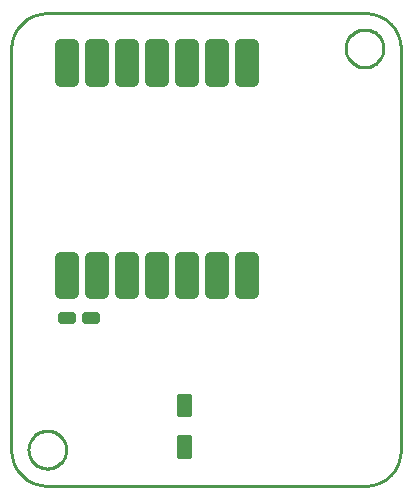
<source format=gtp>
G04 EAGLE Gerber RS-274X export*
G75*
%MOMM*%
%FSLAX34Y34*%
%LPD*%
%INSolder paste top*%
%IPPOS*%
%AMOC8*
5,1,8,0,0,1.08239X$1,22.5*%
G01*
%ADD10C,0.000000*%
%ADD11C,0.001000*%
%ADD12C,0.500000*%
%ADD13C,0.254000*%
%ADD14C,1.000000*%
%ADD15C,0.254000*%


D10*
X283050Y370160D02*
X283055Y370553D01*
X283069Y370945D01*
X283093Y371337D01*
X283127Y371728D01*
X283170Y372119D01*
X283223Y372508D01*
X283286Y372895D01*
X283357Y373281D01*
X283439Y373666D01*
X283529Y374048D01*
X283630Y374427D01*
X283739Y374805D01*
X283858Y375179D01*
X283985Y375550D01*
X284122Y375918D01*
X284268Y376283D01*
X284423Y376644D01*
X284586Y377001D01*
X284758Y377354D01*
X284939Y377702D01*
X285129Y378046D01*
X285326Y378386D01*
X285532Y378720D01*
X285746Y379049D01*
X285969Y379373D01*
X286199Y379691D01*
X286436Y380004D01*
X286682Y380310D01*
X286935Y380611D01*
X287195Y380905D01*
X287462Y381193D01*
X287736Y381474D01*
X288017Y381748D01*
X288305Y382015D01*
X288599Y382275D01*
X288900Y382528D01*
X289206Y382774D01*
X289519Y383011D01*
X289837Y383241D01*
X290161Y383464D01*
X290490Y383678D01*
X290824Y383884D01*
X291164Y384081D01*
X291508Y384271D01*
X291856Y384452D01*
X292209Y384624D01*
X292566Y384787D01*
X292927Y384942D01*
X293292Y385088D01*
X293660Y385225D01*
X294031Y385352D01*
X294405Y385471D01*
X294783Y385580D01*
X295162Y385681D01*
X295544Y385771D01*
X295929Y385853D01*
X296315Y385924D01*
X296702Y385987D01*
X297091Y386040D01*
X297482Y386083D01*
X297873Y386117D01*
X298265Y386141D01*
X298657Y386155D01*
X299050Y386160D01*
X299443Y386155D01*
X299835Y386141D01*
X300227Y386117D01*
X300618Y386083D01*
X301009Y386040D01*
X301398Y385987D01*
X301785Y385924D01*
X302171Y385853D01*
X302556Y385771D01*
X302938Y385681D01*
X303317Y385580D01*
X303695Y385471D01*
X304069Y385352D01*
X304440Y385225D01*
X304808Y385088D01*
X305173Y384942D01*
X305534Y384787D01*
X305891Y384624D01*
X306244Y384452D01*
X306592Y384271D01*
X306936Y384081D01*
X307276Y383884D01*
X307610Y383678D01*
X307939Y383464D01*
X308263Y383241D01*
X308581Y383011D01*
X308894Y382774D01*
X309200Y382528D01*
X309501Y382275D01*
X309795Y382015D01*
X310083Y381748D01*
X310364Y381474D01*
X310638Y381193D01*
X310905Y380905D01*
X311165Y380611D01*
X311418Y380310D01*
X311664Y380004D01*
X311901Y379691D01*
X312131Y379373D01*
X312354Y379049D01*
X312568Y378720D01*
X312774Y378386D01*
X312971Y378046D01*
X313161Y377702D01*
X313342Y377354D01*
X313514Y377001D01*
X313677Y376644D01*
X313832Y376283D01*
X313978Y375918D01*
X314115Y375550D01*
X314242Y375179D01*
X314361Y374805D01*
X314470Y374427D01*
X314571Y374048D01*
X314661Y373666D01*
X314743Y373281D01*
X314814Y372895D01*
X314877Y372508D01*
X314930Y372119D01*
X314973Y371728D01*
X315007Y371337D01*
X315031Y370945D01*
X315045Y370553D01*
X315050Y370160D01*
X315045Y369767D01*
X315031Y369375D01*
X315007Y368983D01*
X314973Y368592D01*
X314930Y368201D01*
X314877Y367812D01*
X314814Y367425D01*
X314743Y367039D01*
X314661Y366654D01*
X314571Y366272D01*
X314470Y365893D01*
X314361Y365515D01*
X314242Y365141D01*
X314115Y364770D01*
X313978Y364402D01*
X313832Y364037D01*
X313677Y363676D01*
X313514Y363319D01*
X313342Y362966D01*
X313161Y362618D01*
X312971Y362274D01*
X312774Y361934D01*
X312568Y361600D01*
X312354Y361271D01*
X312131Y360947D01*
X311901Y360629D01*
X311664Y360316D01*
X311418Y360010D01*
X311165Y359709D01*
X310905Y359415D01*
X310638Y359127D01*
X310364Y358846D01*
X310083Y358572D01*
X309795Y358305D01*
X309501Y358045D01*
X309200Y357792D01*
X308894Y357546D01*
X308581Y357309D01*
X308263Y357079D01*
X307939Y356856D01*
X307610Y356642D01*
X307276Y356436D01*
X306936Y356239D01*
X306592Y356049D01*
X306244Y355868D01*
X305891Y355696D01*
X305534Y355533D01*
X305173Y355378D01*
X304808Y355232D01*
X304440Y355095D01*
X304069Y354968D01*
X303695Y354849D01*
X303317Y354740D01*
X302938Y354639D01*
X302556Y354549D01*
X302171Y354467D01*
X301785Y354396D01*
X301398Y354333D01*
X301009Y354280D01*
X300618Y354237D01*
X300227Y354203D01*
X299835Y354179D01*
X299443Y354165D01*
X299050Y354160D01*
X298657Y354165D01*
X298265Y354179D01*
X297873Y354203D01*
X297482Y354237D01*
X297091Y354280D01*
X296702Y354333D01*
X296315Y354396D01*
X295929Y354467D01*
X295544Y354549D01*
X295162Y354639D01*
X294783Y354740D01*
X294405Y354849D01*
X294031Y354968D01*
X293660Y355095D01*
X293292Y355232D01*
X292927Y355378D01*
X292566Y355533D01*
X292209Y355696D01*
X291856Y355868D01*
X291508Y356049D01*
X291164Y356239D01*
X290824Y356436D01*
X290490Y356642D01*
X290161Y356856D01*
X289837Y357079D01*
X289519Y357309D01*
X289206Y357546D01*
X288900Y357792D01*
X288599Y358045D01*
X288305Y358305D01*
X288017Y358572D01*
X287736Y358846D01*
X287462Y359127D01*
X287195Y359415D01*
X286935Y359709D01*
X286682Y360010D01*
X286436Y360316D01*
X286199Y360629D01*
X285969Y360947D01*
X285746Y361271D01*
X285532Y361600D01*
X285326Y361934D01*
X285129Y362274D01*
X284939Y362618D01*
X284758Y362966D01*
X284586Y363319D01*
X284423Y363676D01*
X284268Y364037D01*
X284122Y364402D01*
X283985Y364770D01*
X283858Y365141D01*
X283739Y365515D01*
X283630Y365893D01*
X283529Y366272D01*
X283439Y366654D01*
X283357Y367039D01*
X283286Y367425D01*
X283223Y367812D01*
X283170Y368201D01*
X283127Y368592D01*
X283093Y368983D01*
X283069Y369375D01*
X283055Y369767D01*
X283050Y370160D01*
X14480Y30480D02*
X14485Y30873D01*
X14499Y31265D01*
X14523Y31657D01*
X14557Y32048D01*
X14600Y32439D01*
X14653Y32828D01*
X14716Y33215D01*
X14787Y33601D01*
X14869Y33986D01*
X14959Y34368D01*
X15060Y34747D01*
X15169Y35125D01*
X15288Y35499D01*
X15415Y35870D01*
X15552Y36238D01*
X15698Y36603D01*
X15853Y36964D01*
X16016Y37321D01*
X16188Y37674D01*
X16369Y38022D01*
X16559Y38366D01*
X16756Y38706D01*
X16962Y39040D01*
X17176Y39369D01*
X17399Y39693D01*
X17629Y40011D01*
X17866Y40324D01*
X18112Y40630D01*
X18365Y40931D01*
X18625Y41225D01*
X18892Y41513D01*
X19166Y41794D01*
X19447Y42068D01*
X19735Y42335D01*
X20029Y42595D01*
X20330Y42848D01*
X20636Y43094D01*
X20949Y43331D01*
X21267Y43561D01*
X21591Y43784D01*
X21920Y43998D01*
X22254Y44204D01*
X22594Y44401D01*
X22938Y44591D01*
X23286Y44772D01*
X23639Y44944D01*
X23996Y45107D01*
X24357Y45262D01*
X24722Y45408D01*
X25090Y45545D01*
X25461Y45672D01*
X25835Y45791D01*
X26213Y45900D01*
X26592Y46001D01*
X26974Y46091D01*
X27359Y46173D01*
X27745Y46244D01*
X28132Y46307D01*
X28521Y46360D01*
X28912Y46403D01*
X29303Y46437D01*
X29695Y46461D01*
X30087Y46475D01*
X30480Y46480D01*
X30873Y46475D01*
X31265Y46461D01*
X31657Y46437D01*
X32048Y46403D01*
X32439Y46360D01*
X32828Y46307D01*
X33215Y46244D01*
X33601Y46173D01*
X33986Y46091D01*
X34368Y46001D01*
X34747Y45900D01*
X35125Y45791D01*
X35499Y45672D01*
X35870Y45545D01*
X36238Y45408D01*
X36603Y45262D01*
X36964Y45107D01*
X37321Y44944D01*
X37674Y44772D01*
X38022Y44591D01*
X38366Y44401D01*
X38706Y44204D01*
X39040Y43998D01*
X39369Y43784D01*
X39693Y43561D01*
X40011Y43331D01*
X40324Y43094D01*
X40630Y42848D01*
X40931Y42595D01*
X41225Y42335D01*
X41513Y42068D01*
X41794Y41794D01*
X42068Y41513D01*
X42335Y41225D01*
X42595Y40931D01*
X42848Y40630D01*
X43094Y40324D01*
X43331Y40011D01*
X43561Y39693D01*
X43784Y39369D01*
X43998Y39040D01*
X44204Y38706D01*
X44401Y38366D01*
X44591Y38022D01*
X44772Y37674D01*
X44944Y37321D01*
X45107Y36964D01*
X45262Y36603D01*
X45408Y36238D01*
X45545Y35870D01*
X45672Y35499D01*
X45791Y35125D01*
X45900Y34747D01*
X46001Y34368D01*
X46091Y33986D01*
X46173Y33601D01*
X46244Y33215D01*
X46307Y32828D01*
X46360Y32439D01*
X46403Y32048D01*
X46437Y31657D01*
X46461Y31265D01*
X46475Y30873D01*
X46480Y30480D01*
X46475Y30087D01*
X46461Y29695D01*
X46437Y29303D01*
X46403Y28912D01*
X46360Y28521D01*
X46307Y28132D01*
X46244Y27745D01*
X46173Y27359D01*
X46091Y26974D01*
X46001Y26592D01*
X45900Y26213D01*
X45791Y25835D01*
X45672Y25461D01*
X45545Y25090D01*
X45408Y24722D01*
X45262Y24357D01*
X45107Y23996D01*
X44944Y23639D01*
X44772Y23286D01*
X44591Y22938D01*
X44401Y22594D01*
X44204Y22254D01*
X43998Y21920D01*
X43784Y21591D01*
X43561Y21267D01*
X43331Y20949D01*
X43094Y20636D01*
X42848Y20330D01*
X42595Y20029D01*
X42335Y19735D01*
X42068Y19447D01*
X41794Y19166D01*
X41513Y18892D01*
X41225Y18625D01*
X40931Y18365D01*
X40630Y18112D01*
X40324Y17866D01*
X40011Y17629D01*
X39693Y17399D01*
X39369Y17176D01*
X39040Y16962D01*
X38706Y16756D01*
X38366Y16559D01*
X38022Y16369D01*
X37674Y16188D01*
X37321Y16016D01*
X36964Y15853D01*
X36603Y15698D01*
X36238Y15552D01*
X35870Y15415D01*
X35499Y15288D01*
X35125Y15169D01*
X34747Y15060D01*
X34368Y14959D01*
X33986Y14869D01*
X33601Y14787D01*
X33215Y14716D01*
X32828Y14653D01*
X32439Y14600D01*
X32048Y14557D01*
X31657Y14523D01*
X31265Y14499D01*
X30873Y14485D01*
X30480Y14480D01*
X30087Y14485D01*
X29695Y14499D01*
X29303Y14523D01*
X28912Y14557D01*
X28521Y14600D01*
X28132Y14653D01*
X27745Y14716D01*
X27359Y14787D01*
X26974Y14869D01*
X26592Y14959D01*
X26213Y15060D01*
X25835Y15169D01*
X25461Y15288D01*
X25090Y15415D01*
X24722Y15552D01*
X24357Y15698D01*
X23996Y15853D01*
X23639Y16016D01*
X23286Y16188D01*
X22938Y16369D01*
X22594Y16559D01*
X22254Y16756D01*
X21920Y16962D01*
X21591Y17176D01*
X21267Y17399D01*
X20949Y17629D01*
X20636Y17866D01*
X20330Y18112D01*
X20029Y18365D01*
X19735Y18625D01*
X19447Y18892D01*
X19166Y19166D01*
X18892Y19447D01*
X18625Y19735D01*
X18365Y20029D01*
X18112Y20330D01*
X17866Y20636D01*
X17629Y20949D01*
X17399Y21267D01*
X17176Y21591D01*
X16962Y21920D01*
X16756Y22254D01*
X16559Y22594D01*
X16369Y22938D01*
X16188Y23286D01*
X16016Y23639D01*
X15853Y23996D01*
X15698Y24357D01*
X15552Y24722D01*
X15415Y25090D01*
X15288Y25461D01*
X15169Y25835D01*
X15060Y26213D01*
X14959Y26592D01*
X14869Y26974D01*
X14787Y27359D01*
X14716Y27745D01*
X14653Y28132D01*
X14600Y28521D01*
X14557Y28912D01*
X14523Y29303D01*
X14499Y29695D01*
X14485Y30087D01*
X14480Y30480D01*
D11*
X30000Y0D02*
X300000Y0D01*
X30000Y0D02*
X23954Y610D01*
X18323Y2358D01*
X13227Y5124D01*
X8787Y8787D01*
X5124Y13227D01*
X2358Y18323D01*
X610Y23954D01*
X0Y30000D01*
X0Y370000D01*
X610Y376046D01*
X2358Y381677D01*
X5124Y386773D01*
X8787Y391213D01*
X13227Y394877D01*
X18323Y397643D01*
X23954Y399391D01*
X30000Y400000D01*
X300000Y400000D01*
X306046Y399391D01*
X311677Y397643D01*
X316773Y394877D01*
X321213Y391213D01*
X324877Y386773D01*
X327643Y381677D01*
X329391Y376046D01*
X330000Y370000D01*
X330000Y30000D01*
X329391Y23954D01*
X327643Y18323D01*
X324877Y13227D01*
X321213Y8787D01*
X316773Y5124D01*
X311677Y2358D01*
X306046Y610D01*
X300000Y0D01*
D12*
X52150Y139740D02*
X42150Y139740D01*
X42150Y144740D01*
X52150Y144740D01*
X52150Y139740D01*
X52150Y144490D02*
X42150Y144490D01*
X62150Y139740D02*
X72150Y139740D01*
X62150Y139740D02*
X62150Y144740D01*
X72150Y144740D01*
X72150Y139740D01*
X72150Y144490D02*
X62150Y144490D01*
D13*
X151130Y42030D02*
X151130Y24570D01*
X140970Y24570D01*
X140970Y42030D01*
X151130Y42030D01*
X151130Y26983D02*
X140970Y26983D01*
X140970Y29396D02*
X151130Y29396D01*
X151130Y31809D02*
X140970Y31809D01*
X140970Y34222D02*
X151130Y34222D01*
X151130Y36635D02*
X140970Y36635D01*
X140970Y39048D02*
X151130Y39048D01*
X151130Y41461D02*
X140970Y41461D01*
X151130Y59570D02*
X151130Y77030D01*
X151130Y59570D02*
X140970Y59570D01*
X140970Y77030D01*
X151130Y77030D01*
X151130Y61983D02*
X140970Y61983D01*
X140970Y64396D02*
X151130Y64396D01*
X151130Y66809D02*
X140970Y66809D01*
X140970Y69222D02*
X151130Y69222D01*
X151130Y71635D02*
X140970Y71635D01*
X140970Y74048D02*
X151130Y74048D01*
X151130Y76461D02*
X140970Y76461D01*
D14*
X204800Y162800D02*
X204800Y192800D01*
X204800Y162800D02*
X194800Y162800D01*
X194800Y192800D01*
X204800Y192800D01*
X204800Y172300D02*
X194800Y172300D01*
X194800Y181800D02*
X204800Y181800D01*
X204800Y191300D02*
X194800Y191300D01*
X179400Y192800D02*
X179400Y162800D01*
X169400Y162800D01*
X169400Y192800D01*
X179400Y192800D01*
X179400Y172300D02*
X169400Y172300D01*
X169400Y181800D02*
X179400Y181800D01*
X179400Y191300D02*
X169400Y191300D01*
X154000Y192800D02*
X154000Y162800D01*
X144000Y162800D01*
X144000Y192800D01*
X154000Y192800D01*
X154000Y172300D02*
X144000Y172300D01*
X144000Y181800D02*
X154000Y181800D01*
X154000Y191300D02*
X144000Y191300D01*
X128600Y192800D02*
X128600Y162800D01*
X118600Y162800D01*
X118600Y192800D01*
X128600Y192800D01*
X128600Y172300D02*
X118600Y172300D01*
X118600Y181800D02*
X128600Y181800D01*
X128600Y191300D02*
X118600Y191300D01*
X103200Y192800D02*
X103200Y162800D01*
X93200Y162800D01*
X93200Y192800D01*
X103200Y192800D01*
X103200Y172300D02*
X93200Y172300D01*
X93200Y181800D02*
X103200Y181800D01*
X103200Y191300D02*
X93200Y191300D01*
X77800Y192800D02*
X77800Y162800D01*
X67800Y162800D01*
X67800Y192800D01*
X77800Y192800D01*
X77800Y172300D02*
X67800Y172300D01*
X67800Y181800D02*
X77800Y181800D01*
X77800Y191300D02*
X67800Y191300D01*
X52400Y192800D02*
X52400Y162800D01*
X42400Y162800D01*
X42400Y192800D01*
X52400Y192800D01*
X52400Y172300D02*
X42400Y172300D01*
X42400Y181800D02*
X52400Y181800D01*
X52400Y191300D02*
X42400Y191300D01*
X204800Y342800D02*
X204800Y372800D01*
X204800Y342800D02*
X194800Y342800D01*
X194800Y372800D01*
X204800Y372800D01*
X204800Y352300D02*
X194800Y352300D01*
X194800Y361800D02*
X204800Y361800D01*
X204800Y371300D02*
X194800Y371300D01*
X179400Y372800D02*
X179400Y342800D01*
X169400Y342800D01*
X169400Y372800D01*
X179400Y372800D01*
X179400Y352300D02*
X169400Y352300D01*
X169400Y361800D02*
X179400Y361800D01*
X179400Y371300D02*
X169400Y371300D01*
X154000Y372800D02*
X154000Y342800D01*
X144000Y342800D01*
X144000Y372800D01*
X154000Y372800D01*
X154000Y352300D02*
X144000Y352300D01*
X144000Y361800D02*
X154000Y361800D01*
X154000Y371300D02*
X144000Y371300D01*
X128600Y372800D02*
X128600Y342800D01*
X118600Y342800D01*
X118600Y372800D01*
X128600Y372800D01*
X128600Y352300D02*
X118600Y352300D01*
X118600Y361800D02*
X128600Y361800D01*
X128600Y371300D02*
X118600Y371300D01*
X103200Y372800D02*
X103200Y342800D01*
X93200Y342800D01*
X93200Y372800D01*
X103200Y372800D01*
X103200Y352300D02*
X93200Y352300D01*
X93200Y361800D02*
X103200Y361800D01*
X103200Y371300D02*
X93200Y371300D01*
X77800Y372800D02*
X77800Y342800D01*
X67800Y342800D01*
X67800Y372800D01*
X77800Y372800D01*
X77800Y352300D02*
X67800Y352300D01*
X67800Y361800D02*
X77800Y361800D01*
X77800Y371300D02*
X67800Y371300D01*
X52400Y372800D02*
X52400Y342800D01*
X42400Y342800D01*
X42400Y372800D01*
X52400Y372800D01*
X52400Y352300D02*
X42400Y352300D01*
X42400Y361800D02*
X52400Y361800D01*
X52400Y371300D02*
X42400Y371300D01*
D15*
X0Y30000D02*
X610Y23954D01*
X2358Y18323D01*
X5124Y13227D01*
X8787Y8787D01*
X13227Y5124D01*
X18323Y2358D01*
X23954Y610D01*
X30000Y0D01*
X300000Y0D01*
X306046Y610D01*
X311677Y2358D01*
X316773Y5124D01*
X321213Y8787D01*
X324877Y13227D01*
X327643Y18323D01*
X329391Y23954D01*
X330000Y30000D01*
X330000Y370000D01*
X329391Y376046D01*
X327643Y381677D01*
X324877Y386773D01*
X321213Y391213D01*
X316773Y394877D01*
X311677Y397643D01*
X306046Y399391D01*
X300000Y400000D01*
X30000Y400000D01*
X23954Y399391D01*
X18323Y397643D01*
X13227Y394877D01*
X8787Y391213D01*
X5124Y386773D01*
X2358Y381677D01*
X610Y376046D01*
X0Y370000D01*
X0Y30000D01*
X315050Y369636D02*
X314982Y368591D01*
X314845Y367552D01*
X314640Y366525D01*
X314369Y365513D01*
X314033Y364521D01*
X313632Y363553D01*
X313168Y362614D01*
X312645Y361706D01*
X312063Y360835D01*
X311425Y360004D01*
X310734Y359217D01*
X309993Y358476D01*
X309206Y357785D01*
X308375Y357148D01*
X307504Y356566D01*
X306596Y356042D01*
X305657Y355578D01*
X304689Y355177D01*
X303697Y354841D01*
X302685Y354570D01*
X301658Y354365D01*
X300619Y354229D01*
X299574Y354160D01*
X298526Y354160D01*
X297481Y354229D01*
X296442Y354365D01*
X295415Y354570D01*
X294403Y354841D01*
X293411Y355177D01*
X292443Y355578D01*
X291504Y356042D01*
X290596Y356566D01*
X289725Y357148D01*
X288894Y357785D01*
X288107Y358476D01*
X287366Y359217D01*
X286675Y360004D01*
X286038Y360835D01*
X285456Y361706D01*
X284932Y362614D01*
X284468Y363553D01*
X284067Y364521D01*
X283731Y365513D01*
X283460Y366525D01*
X283255Y367552D01*
X283119Y368591D01*
X283050Y369636D01*
X283050Y370684D01*
X283119Y371729D01*
X283255Y372768D01*
X283460Y373795D01*
X283731Y374807D01*
X284067Y375799D01*
X284468Y376767D01*
X284932Y377706D01*
X285456Y378614D01*
X286038Y379485D01*
X286675Y380316D01*
X287366Y381103D01*
X288107Y381844D01*
X288894Y382535D01*
X289725Y383173D01*
X290596Y383755D01*
X291504Y384278D01*
X292443Y384742D01*
X293411Y385143D01*
X294403Y385479D01*
X295415Y385750D01*
X296442Y385955D01*
X297481Y386092D01*
X298526Y386160D01*
X299574Y386160D01*
X300619Y386092D01*
X301658Y385955D01*
X302685Y385750D01*
X303697Y385479D01*
X304689Y385143D01*
X305657Y384742D01*
X306596Y384278D01*
X307504Y383755D01*
X308375Y383173D01*
X309206Y382535D01*
X309993Y381844D01*
X310734Y381103D01*
X311425Y380316D01*
X312063Y379485D01*
X312645Y378614D01*
X313168Y377706D01*
X313632Y376767D01*
X314033Y375799D01*
X314369Y374807D01*
X314640Y373795D01*
X314845Y372768D01*
X314982Y371729D01*
X315050Y370684D01*
X315050Y369636D01*
X46480Y29956D02*
X46412Y28911D01*
X46275Y27872D01*
X46070Y26845D01*
X45799Y25833D01*
X45463Y24841D01*
X45062Y23873D01*
X44598Y22934D01*
X44075Y22026D01*
X43493Y21155D01*
X42855Y20324D01*
X42164Y19537D01*
X41423Y18796D01*
X40636Y18105D01*
X39805Y17468D01*
X38934Y16886D01*
X38026Y16362D01*
X37087Y15898D01*
X36119Y15497D01*
X35127Y15161D01*
X34115Y14890D01*
X33088Y14685D01*
X32049Y14549D01*
X31004Y14480D01*
X29956Y14480D01*
X28911Y14549D01*
X27872Y14685D01*
X26845Y14890D01*
X25833Y15161D01*
X24841Y15497D01*
X23873Y15898D01*
X22934Y16362D01*
X22026Y16886D01*
X21155Y17468D01*
X20324Y18105D01*
X19537Y18796D01*
X18796Y19537D01*
X18105Y20324D01*
X17468Y21155D01*
X16886Y22026D01*
X16362Y22934D01*
X15898Y23873D01*
X15497Y24841D01*
X15161Y25833D01*
X14890Y26845D01*
X14685Y27872D01*
X14549Y28911D01*
X14480Y29956D01*
X14480Y31004D01*
X14549Y32049D01*
X14685Y33088D01*
X14890Y34115D01*
X15161Y35127D01*
X15497Y36119D01*
X15898Y37087D01*
X16362Y38026D01*
X16886Y38934D01*
X17468Y39805D01*
X18105Y40636D01*
X18796Y41423D01*
X19537Y42164D01*
X20324Y42855D01*
X21155Y43493D01*
X22026Y44075D01*
X22934Y44598D01*
X23873Y45062D01*
X24841Y45463D01*
X25833Y45799D01*
X26845Y46070D01*
X27872Y46275D01*
X28911Y46412D01*
X29956Y46480D01*
X31004Y46480D01*
X32049Y46412D01*
X33088Y46275D01*
X34115Y46070D01*
X35127Y45799D01*
X36119Y45463D01*
X37087Y45062D01*
X38026Y44598D01*
X38934Y44075D01*
X39805Y43493D01*
X40636Y42855D01*
X41423Y42164D01*
X42164Y41423D01*
X42855Y40636D01*
X43493Y39805D01*
X44075Y38934D01*
X44598Y38026D01*
X45062Y37087D01*
X45463Y36119D01*
X45799Y35127D01*
X46070Y34115D01*
X46275Y33088D01*
X46412Y32049D01*
X46480Y31004D01*
X46480Y29956D01*
M02*

</source>
